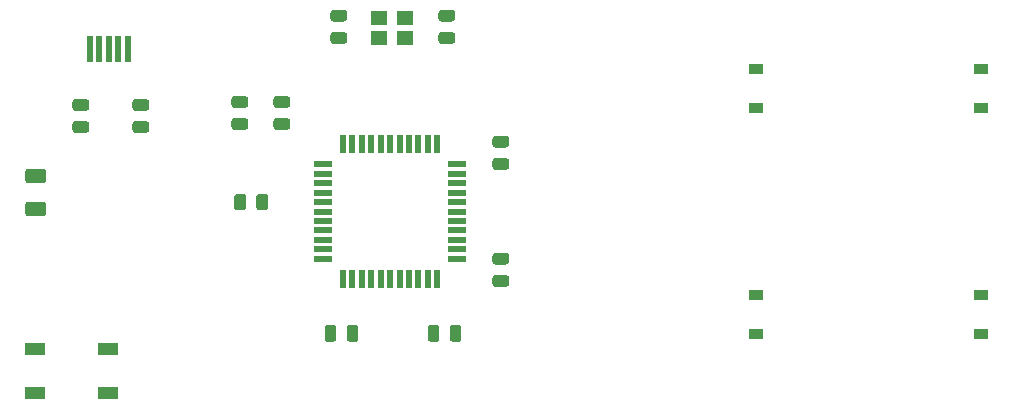
<source format=gbp>
G04 #@! TF.GenerationSoftware,KiCad,Pcbnew,(5.1.5)-1*
G04 #@! TF.CreationDate,2021-04-16T13:39:06-04:00*
G04 #@! TF.ProjectId,intro-pcb,696e7472-6f2d-4706-9362-2e6b69636164,rev?*
G04 #@! TF.SameCoordinates,Original*
G04 #@! TF.FileFunction,Paste,Bot*
G04 #@! TF.FilePolarity,Positive*
%FSLAX46Y46*%
G04 Gerber Fmt 4.6, Leading zero omitted, Abs format (unit mm)*
G04 Created by KiCad (PCBNEW (5.1.5)-1) date 2021-04-16 13:39:06*
%MOMM*%
%LPD*%
G04 APERTURE LIST*
%ADD10R,1.400000X1.200000*%
%ADD11R,0.500000X2.250000*%
%ADD12R,0.550000X1.500000*%
%ADD13R,1.500000X0.550000*%
%ADD14R,1.800000X1.100000*%
%ADD15C,0.100000*%
%ADD16R,1.200000X0.900000*%
G04 APERTURE END LIST*
D10*
X-372618000Y-33606000D03*
X-374818000Y-33606000D03*
X-374818000Y-35306000D03*
X-372618000Y-35306000D03*
D11*
X-399268750Y-36250000D03*
X-398468750Y-36250000D03*
X-397668750Y-36250000D03*
X-396868750Y-36250000D03*
X-396068750Y-36250000D03*
D12*
X-377856250Y-55706250D03*
X-377056250Y-55706250D03*
X-376256250Y-55706250D03*
X-375456250Y-55706250D03*
X-374656250Y-55706250D03*
X-373856250Y-55706250D03*
X-373056250Y-55706250D03*
X-372256250Y-55706250D03*
X-371456250Y-55706250D03*
X-370656250Y-55706250D03*
X-369856250Y-55706250D03*
D13*
X-368156250Y-54006250D03*
X-368156250Y-53206250D03*
X-368156250Y-52406250D03*
X-368156250Y-51606250D03*
X-368156250Y-50806250D03*
X-368156250Y-50006250D03*
X-368156250Y-49206250D03*
X-368156250Y-48406250D03*
X-368156250Y-47606250D03*
X-368156250Y-46806250D03*
X-368156250Y-46006250D03*
D12*
X-369856250Y-44306250D03*
X-370656250Y-44306250D03*
X-371456250Y-44306250D03*
X-372256250Y-44306250D03*
X-373056250Y-44306250D03*
X-373856250Y-44306250D03*
X-374656250Y-44306250D03*
X-375456250Y-44306250D03*
X-376256250Y-44306250D03*
X-377056250Y-44306250D03*
X-377856250Y-44306250D03*
D13*
X-379556250Y-46006250D03*
X-379556250Y-46806250D03*
X-379556250Y-47606250D03*
X-379556250Y-48406250D03*
X-379556250Y-49206250D03*
X-379556250Y-50006250D03*
X-379556250Y-50806250D03*
X-379556250Y-51606250D03*
X-379556250Y-52406250D03*
X-379556250Y-53206250D03*
X-379556250Y-54006250D03*
D14*
X-397743750Y-65350000D03*
X-403943750Y-61650000D03*
X-397743750Y-61650000D03*
X-403943750Y-65350000D03*
D15*
G36*
X-364009858Y-53518674D02*
G01*
X-363986197Y-53522184D01*
X-363962993Y-53527996D01*
X-363940471Y-53536054D01*
X-363918847Y-53546282D01*
X-363898330Y-53558579D01*
X-363879117Y-53572829D01*
X-363861393Y-53588893D01*
X-363845329Y-53606617D01*
X-363831079Y-53625830D01*
X-363818782Y-53646347D01*
X-363808554Y-53667971D01*
X-363800496Y-53690493D01*
X-363794684Y-53713697D01*
X-363791174Y-53737358D01*
X-363790000Y-53761250D01*
X-363790000Y-54248750D01*
X-363791174Y-54272642D01*
X-363794684Y-54296303D01*
X-363800496Y-54319507D01*
X-363808554Y-54342029D01*
X-363818782Y-54363653D01*
X-363831079Y-54384170D01*
X-363845329Y-54403383D01*
X-363861393Y-54421107D01*
X-363879117Y-54437171D01*
X-363898330Y-54451421D01*
X-363918847Y-54463718D01*
X-363940471Y-54473946D01*
X-363962993Y-54482004D01*
X-363986197Y-54487816D01*
X-364009858Y-54491326D01*
X-364033750Y-54492500D01*
X-364946250Y-54492500D01*
X-364970142Y-54491326D01*
X-364993803Y-54487816D01*
X-365017007Y-54482004D01*
X-365039529Y-54473946D01*
X-365061153Y-54463718D01*
X-365081670Y-54451421D01*
X-365100883Y-54437171D01*
X-365118607Y-54421107D01*
X-365134671Y-54403383D01*
X-365148921Y-54384170D01*
X-365161218Y-54363653D01*
X-365171446Y-54342029D01*
X-365179504Y-54319507D01*
X-365185316Y-54296303D01*
X-365188826Y-54272642D01*
X-365190000Y-54248750D01*
X-365190000Y-53761250D01*
X-365188826Y-53737358D01*
X-365185316Y-53713697D01*
X-365179504Y-53690493D01*
X-365171446Y-53667971D01*
X-365161218Y-53646347D01*
X-365148921Y-53625830D01*
X-365134671Y-53606617D01*
X-365118607Y-53588893D01*
X-365100883Y-53572829D01*
X-365081670Y-53558579D01*
X-365061153Y-53546282D01*
X-365039529Y-53536054D01*
X-365017007Y-53527996D01*
X-364993803Y-53522184D01*
X-364970142Y-53518674D01*
X-364946250Y-53517500D01*
X-364033750Y-53517500D01*
X-364009858Y-53518674D01*
G37*
G36*
X-364009858Y-55393674D02*
G01*
X-363986197Y-55397184D01*
X-363962993Y-55402996D01*
X-363940471Y-55411054D01*
X-363918847Y-55421282D01*
X-363898330Y-55433579D01*
X-363879117Y-55447829D01*
X-363861393Y-55463893D01*
X-363845329Y-55481617D01*
X-363831079Y-55500830D01*
X-363818782Y-55521347D01*
X-363808554Y-55542971D01*
X-363800496Y-55565493D01*
X-363794684Y-55588697D01*
X-363791174Y-55612358D01*
X-363790000Y-55636250D01*
X-363790000Y-56123750D01*
X-363791174Y-56147642D01*
X-363794684Y-56171303D01*
X-363800496Y-56194507D01*
X-363808554Y-56217029D01*
X-363818782Y-56238653D01*
X-363831079Y-56259170D01*
X-363845329Y-56278383D01*
X-363861393Y-56296107D01*
X-363879117Y-56312171D01*
X-363898330Y-56326421D01*
X-363918847Y-56338718D01*
X-363940471Y-56348946D01*
X-363962993Y-56357004D01*
X-363986197Y-56362816D01*
X-364009858Y-56366326D01*
X-364033750Y-56367500D01*
X-364946250Y-56367500D01*
X-364970142Y-56366326D01*
X-364993803Y-56362816D01*
X-365017007Y-56357004D01*
X-365039529Y-56348946D01*
X-365061153Y-56338718D01*
X-365081670Y-56326421D01*
X-365100883Y-56312171D01*
X-365118607Y-56296107D01*
X-365134671Y-56278383D01*
X-365148921Y-56259170D01*
X-365161218Y-56238653D01*
X-365171446Y-56217029D01*
X-365179504Y-56194507D01*
X-365185316Y-56171303D01*
X-365188826Y-56147642D01*
X-365190000Y-56123750D01*
X-365190000Y-55636250D01*
X-365188826Y-55612358D01*
X-365185316Y-55588697D01*
X-365179504Y-55565493D01*
X-365171446Y-55542971D01*
X-365161218Y-55521347D01*
X-365148921Y-55500830D01*
X-365134671Y-55481617D01*
X-365118607Y-55463893D01*
X-365100883Y-55447829D01*
X-365081670Y-55433579D01*
X-365061153Y-55421282D01*
X-365039529Y-55411054D01*
X-365017007Y-55402996D01*
X-364993803Y-55397184D01*
X-364970142Y-55393674D01*
X-364946250Y-55392500D01*
X-364033750Y-55392500D01*
X-364009858Y-55393674D01*
G37*
G36*
X-386107858Y-42107174D02*
G01*
X-386084197Y-42110684D01*
X-386060993Y-42116496D01*
X-386038471Y-42124554D01*
X-386016847Y-42134782D01*
X-385996330Y-42147079D01*
X-385977117Y-42161329D01*
X-385959393Y-42177393D01*
X-385943329Y-42195117D01*
X-385929079Y-42214330D01*
X-385916782Y-42234847D01*
X-385906554Y-42256471D01*
X-385898496Y-42278993D01*
X-385892684Y-42302197D01*
X-385889174Y-42325858D01*
X-385888000Y-42349750D01*
X-385888000Y-42837250D01*
X-385889174Y-42861142D01*
X-385892684Y-42884803D01*
X-385898496Y-42908007D01*
X-385906554Y-42930529D01*
X-385916782Y-42952153D01*
X-385929079Y-42972670D01*
X-385943329Y-42991883D01*
X-385959393Y-43009607D01*
X-385977117Y-43025671D01*
X-385996330Y-43039921D01*
X-386016847Y-43052218D01*
X-386038471Y-43062446D01*
X-386060993Y-43070504D01*
X-386084197Y-43076316D01*
X-386107858Y-43079826D01*
X-386131750Y-43081000D01*
X-387044250Y-43081000D01*
X-387068142Y-43079826D01*
X-387091803Y-43076316D01*
X-387115007Y-43070504D01*
X-387137529Y-43062446D01*
X-387159153Y-43052218D01*
X-387179670Y-43039921D01*
X-387198883Y-43025671D01*
X-387216607Y-43009607D01*
X-387232671Y-42991883D01*
X-387246921Y-42972670D01*
X-387259218Y-42952153D01*
X-387269446Y-42930529D01*
X-387277504Y-42908007D01*
X-387283316Y-42884803D01*
X-387286826Y-42861142D01*
X-387288000Y-42837250D01*
X-387288000Y-42349750D01*
X-387286826Y-42325858D01*
X-387283316Y-42302197D01*
X-387277504Y-42278993D01*
X-387269446Y-42256471D01*
X-387259218Y-42234847D01*
X-387246921Y-42214330D01*
X-387232671Y-42195117D01*
X-387216607Y-42177393D01*
X-387198883Y-42161329D01*
X-387179670Y-42147079D01*
X-387159153Y-42134782D01*
X-387137529Y-42124554D01*
X-387115007Y-42116496D01*
X-387091803Y-42110684D01*
X-387068142Y-42107174D01*
X-387044250Y-42106000D01*
X-386131750Y-42106000D01*
X-386107858Y-42107174D01*
G37*
G36*
X-386107858Y-40232174D02*
G01*
X-386084197Y-40235684D01*
X-386060993Y-40241496D01*
X-386038471Y-40249554D01*
X-386016847Y-40259782D01*
X-385996330Y-40272079D01*
X-385977117Y-40286329D01*
X-385959393Y-40302393D01*
X-385943329Y-40320117D01*
X-385929079Y-40339330D01*
X-385916782Y-40359847D01*
X-385906554Y-40381471D01*
X-385898496Y-40403993D01*
X-385892684Y-40427197D01*
X-385889174Y-40450858D01*
X-385888000Y-40474750D01*
X-385888000Y-40962250D01*
X-385889174Y-40986142D01*
X-385892684Y-41009803D01*
X-385898496Y-41033007D01*
X-385906554Y-41055529D01*
X-385916782Y-41077153D01*
X-385929079Y-41097670D01*
X-385943329Y-41116883D01*
X-385959393Y-41134607D01*
X-385977117Y-41150671D01*
X-385996330Y-41164921D01*
X-386016847Y-41177218D01*
X-386038471Y-41187446D01*
X-386060993Y-41195504D01*
X-386084197Y-41201316D01*
X-386107858Y-41204826D01*
X-386131750Y-41206000D01*
X-387044250Y-41206000D01*
X-387068142Y-41204826D01*
X-387091803Y-41201316D01*
X-387115007Y-41195504D01*
X-387137529Y-41187446D01*
X-387159153Y-41177218D01*
X-387179670Y-41164921D01*
X-387198883Y-41150671D01*
X-387216607Y-41134607D01*
X-387232671Y-41116883D01*
X-387246921Y-41097670D01*
X-387259218Y-41077153D01*
X-387269446Y-41055529D01*
X-387277504Y-41033007D01*
X-387283316Y-41009803D01*
X-387286826Y-40986142D01*
X-387288000Y-40962250D01*
X-387288000Y-40474750D01*
X-387286826Y-40450858D01*
X-387283316Y-40427197D01*
X-387277504Y-40403993D01*
X-387269446Y-40381471D01*
X-387259218Y-40359847D01*
X-387246921Y-40339330D01*
X-387232671Y-40320117D01*
X-387216607Y-40302393D01*
X-387198883Y-40286329D01*
X-387179670Y-40272079D01*
X-387159153Y-40259782D01*
X-387137529Y-40249554D01*
X-387115007Y-40241496D01*
X-387091803Y-40235684D01*
X-387068142Y-40232174D01*
X-387044250Y-40231000D01*
X-386131750Y-40231000D01*
X-386107858Y-40232174D01*
G37*
G36*
X-394489858Y-40486174D02*
G01*
X-394466197Y-40489684D01*
X-394442993Y-40495496D01*
X-394420471Y-40503554D01*
X-394398847Y-40513782D01*
X-394378330Y-40526079D01*
X-394359117Y-40540329D01*
X-394341393Y-40556393D01*
X-394325329Y-40574117D01*
X-394311079Y-40593330D01*
X-394298782Y-40613847D01*
X-394288554Y-40635471D01*
X-394280496Y-40657993D01*
X-394274684Y-40681197D01*
X-394271174Y-40704858D01*
X-394270000Y-40728750D01*
X-394270000Y-41216250D01*
X-394271174Y-41240142D01*
X-394274684Y-41263803D01*
X-394280496Y-41287007D01*
X-394288554Y-41309529D01*
X-394298782Y-41331153D01*
X-394311079Y-41351670D01*
X-394325329Y-41370883D01*
X-394341393Y-41388607D01*
X-394359117Y-41404671D01*
X-394378330Y-41418921D01*
X-394398847Y-41431218D01*
X-394420471Y-41441446D01*
X-394442993Y-41449504D01*
X-394466197Y-41455316D01*
X-394489858Y-41458826D01*
X-394513750Y-41460000D01*
X-395426250Y-41460000D01*
X-395450142Y-41458826D01*
X-395473803Y-41455316D01*
X-395497007Y-41449504D01*
X-395519529Y-41441446D01*
X-395541153Y-41431218D01*
X-395561670Y-41418921D01*
X-395580883Y-41404671D01*
X-395598607Y-41388607D01*
X-395614671Y-41370883D01*
X-395628921Y-41351670D01*
X-395641218Y-41331153D01*
X-395651446Y-41309529D01*
X-395659504Y-41287007D01*
X-395665316Y-41263803D01*
X-395668826Y-41240142D01*
X-395670000Y-41216250D01*
X-395670000Y-40728750D01*
X-395668826Y-40704858D01*
X-395665316Y-40681197D01*
X-395659504Y-40657993D01*
X-395651446Y-40635471D01*
X-395641218Y-40613847D01*
X-395628921Y-40593330D01*
X-395614671Y-40574117D01*
X-395598607Y-40556393D01*
X-395580883Y-40540329D01*
X-395561670Y-40526079D01*
X-395541153Y-40513782D01*
X-395519529Y-40503554D01*
X-395497007Y-40495496D01*
X-395473803Y-40489684D01*
X-395450142Y-40486174D01*
X-395426250Y-40485000D01*
X-394513750Y-40485000D01*
X-394489858Y-40486174D01*
G37*
G36*
X-394489858Y-42361174D02*
G01*
X-394466197Y-42364684D01*
X-394442993Y-42370496D01*
X-394420471Y-42378554D01*
X-394398847Y-42388782D01*
X-394378330Y-42401079D01*
X-394359117Y-42415329D01*
X-394341393Y-42431393D01*
X-394325329Y-42449117D01*
X-394311079Y-42468330D01*
X-394298782Y-42488847D01*
X-394288554Y-42510471D01*
X-394280496Y-42532993D01*
X-394274684Y-42556197D01*
X-394271174Y-42579858D01*
X-394270000Y-42603750D01*
X-394270000Y-43091250D01*
X-394271174Y-43115142D01*
X-394274684Y-43138803D01*
X-394280496Y-43162007D01*
X-394288554Y-43184529D01*
X-394298782Y-43206153D01*
X-394311079Y-43226670D01*
X-394325329Y-43245883D01*
X-394341393Y-43263607D01*
X-394359117Y-43279671D01*
X-394378330Y-43293921D01*
X-394398847Y-43306218D01*
X-394420471Y-43316446D01*
X-394442993Y-43324504D01*
X-394466197Y-43330316D01*
X-394489858Y-43333826D01*
X-394513750Y-43335000D01*
X-395426250Y-43335000D01*
X-395450142Y-43333826D01*
X-395473803Y-43330316D01*
X-395497007Y-43324504D01*
X-395519529Y-43316446D01*
X-395541153Y-43306218D01*
X-395561670Y-43293921D01*
X-395580883Y-43279671D01*
X-395598607Y-43263607D01*
X-395614671Y-43245883D01*
X-395628921Y-43226670D01*
X-395641218Y-43206153D01*
X-395651446Y-43184529D01*
X-395659504Y-43162007D01*
X-395665316Y-43138803D01*
X-395668826Y-43115142D01*
X-395670000Y-43091250D01*
X-395670000Y-42603750D01*
X-395668826Y-42579858D01*
X-395665316Y-42556197D01*
X-395659504Y-42532993D01*
X-395651446Y-42510471D01*
X-395641218Y-42488847D01*
X-395628921Y-42468330D01*
X-395614671Y-42449117D01*
X-395598607Y-42431393D01*
X-395580883Y-42415329D01*
X-395561670Y-42401079D01*
X-395541153Y-42388782D01*
X-395519529Y-42378554D01*
X-395497007Y-42370496D01*
X-395473803Y-42364684D01*
X-395450142Y-42361174D01*
X-395426250Y-42360000D01*
X-394513750Y-42360000D01*
X-394489858Y-42361174D01*
G37*
G36*
X-399569858Y-40486174D02*
G01*
X-399546197Y-40489684D01*
X-399522993Y-40495496D01*
X-399500471Y-40503554D01*
X-399478847Y-40513782D01*
X-399458330Y-40526079D01*
X-399439117Y-40540329D01*
X-399421393Y-40556393D01*
X-399405329Y-40574117D01*
X-399391079Y-40593330D01*
X-399378782Y-40613847D01*
X-399368554Y-40635471D01*
X-399360496Y-40657993D01*
X-399354684Y-40681197D01*
X-399351174Y-40704858D01*
X-399350000Y-40728750D01*
X-399350000Y-41216250D01*
X-399351174Y-41240142D01*
X-399354684Y-41263803D01*
X-399360496Y-41287007D01*
X-399368554Y-41309529D01*
X-399378782Y-41331153D01*
X-399391079Y-41351670D01*
X-399405329Y-41370883D01*
X-399421393Y-41388607D01*
X-399439117Y-41404671D01*
X-399458330Y-41418921D01*
X-399478847Y-41431218D01*
X-399500471Y-41441446D01*
X-399522993Y-41449504D01*
X-399546197Y-41455316D01*
X-399569858Y-41458826D01*
X-399593750Y-41460000D01*
X-400506250Y-41460000D01*
X-400530142Y-41458826D01*
X-400553803Y-41455316D01*
X-400577007Y-41449504D01*
X-400599529Y-41441446D01*
X-400621153Y-41431218D01*
X-400641670Y-41418921D01*
X-400660883Y-41404671D01*
X-400678607Y-41388607D01*
X-400694671Y-41370883D01*
X-400708921Y-41351670D01*
X-400721218Y-41331153D01*
X-400731446Y-41309529D01*
X-400739504Y-41287007D01*
X-400745316Y-41263803D01*
X-400748826Y-41240142D01*
X-400750000Y-41216250D01*
X-400750000Y-40728750D01*
X-400748826Y-40704858D01*
X-400745316Y-40681197D01*
X-400739504Y-40657993D01*
X-400731446Y-40635471D01*
X-400721218Y-40613847D01*
X-400708921Y-40593330D01*
X-400694671Y-40574117D01*
X-400678607Y-40556393D01*
X-400660883Y-40540329D01*
X-400641670Y-40526079D01*
X-400621153Y-40513782D01*
X-400599529Y-40503554D01*
X-400577007Y-40495496D01*
X-400553803Y-40489684D01*
X-400530142Y-40486174D01*
X-400506250Y-40485000D01*
X-399593750Y-40485000D01*
X-399569858Y-40486174D01*
G37*
G36*
X-399569858Y-42361174D02*
G01*
X-399546197Y-42364684D01*
X-399522993Y-42370496D01*
X-399500471Y-42378554D01*
X-399478847Y-42388782D01*
X-399458330Y-42401079D01*
X-399439117Y-42415329D01*
X-399421393Y-42431393D01*
X-399405329Y-42449117D01*
X-399391079Y-42468330D01*
X-399378782Y-42488847D01*
X-399368554Y-42510471D01*
X-399360496Y-42532993D01*
X-399354684Y-42556197D01*
X-399351174Y-42579858D01*
X-399350000Y-42603750D01*
X-399350000Y-43091250D01*
X-399351174Y-43115142D01*
X-399354684Y-43138803D01*
X-399360496Y-43162007D01*
X-399368554Y-43184529D01*
X-399378782Y-43206153D01*
X-399391079Y-43226670D01*
X-399405329Y-43245883D01*
X-399421393Y-43263607D01*
X-399439117Y-43279671D01*
X-399458330Y-43293921D01*
X-399478847Y-43306218D01*
X-399500471Y-43316446D01*
X-399522993Y-43324504D01*
X-399546197Y-43330316D01*
X-399569858Y-43333826D01*
X-399593750Y-43335000D01*
X-400506250Y-43335000D01*
X-400530142Y-43333826D01*
X-400553803Y-43330316D01*
X-400577007Y-43324504D01*
X-400599529Y-43316446D01*
X-400621153Y-43306218D01*
X-400641670Y-43293921D01*
X-400660883Y-43279671D01*
X-400678607Y-43263607D01*
X-400694671Y-43245883D01*
X-400708921Y-43226670D01*
X-400721218Y-43206153D01*
X-400731446Y-43184529D01*
X-400739504Y-43162007D01*
X-400745316Y-43138803D01*
X-400748826Y-43115142D01*
X-400750000Y-43091250D01*
X-400750000Y-42603750D01*
X-400748826Y-42579858D01*
X-400745316Y-42556197D01*
X-400739504Y-42532993D01*
X-400731446Y-42510471D01*
X-400721218Y-42488847D01*
X-400708921Y-42468330D01*
X-400694671Y-42449117D01*
X-400678607Y-42431393D01*
X-400660883Y-42415329D01*
X-400641670Y-42401079D01*
X-400621153Y-42388782D01*
X-400599529Y-42378554D01*
X-400577007Y-42370496D01*
X-400553803Y-42364684D01*
X-400530142Y-42361174D01*
X-400506250Y-42360000D01*
X-399593750Y-42360000D01*
X-399569858Y-42361174D01*
G37*
G36*
X-403210496Y-46366204D02*
G01*
X-403186227Y-46369804D01*
X-403162429Y-46375765D01*
X-403139329Y-46384030D01*
X-403117151Y-46394520D01*
X-403096107Y-46407133D01*
X-403076402Y-46421747D01*
X-403058223Y-46438223D01*
X-403041747Y-46456402D01*
X-403027133Y-46476107D01*
X-403014520Y-46497151D01*
X-403004030Y-46519329D01*
X-402995765Y-46542429D01*
X-402989804Y-46566227D01*
X-402986204Y-46590496D01*
X-402985000Y-46615000D01*
X-402985000Y-47365000D01*
X-402986204Y-47389504D01*
X-402989804Y-47413773D01*
X-402995765Y-47437571D01*
X-403004030Y-47460671D01*
X-403014520Y-47482849D01*
X-403027133Y-47503893D01*
X-403041747Y-47523598D01*
X-403058223Y-47541777D01*
X-403076402Y-47558253D01*
X-403096107Y-47572867D01*
X-403117151Y-47585480D01*
X-403139329Y-47595970D01*
X-403162429Y-47604235D01*
X-403186227Y-47610196D01*
X-403210496Y-47613796D01*
X-403235000Y-47615000D01*
X-404485000Y-47615000D01*
X-404509504Y-47613796D01*
X-404533773Y-47610196D01*
X-404557571Y-47604235D01*
X-404580671Y-47595970D01*
X-404602849Y-47585480D01*
X-404623893Y-47572867D01*
X-404643598Y-47558253D01*
X-404661777Y-47541777D01*
X-404678253Y-47523598D01*
X-404692867Y-47503893D01*
X-404705480Y-47482849D01*
X-404715970Y-47460671D01*
X-404724235Y-47437571D01*
X-404730196Y-47413773D01*
X-404733796Y-47389504D01*
X-404735000Y-47365000D01*
X-404735000Y-46615000D01*
X-404733796Y-46590496D01*
X-404730196Y-46566227D01*
X-404724235Y-46542429D01*
X-404715970Y-46519329D01*
X-404705480Y-46497151D01*
X-404692867Y-46476107D01*
X-404678253Y-46456402D01*
X-404661777Y-46438223D01*
X-404643598Y-46421747D01*
X-404623893Y-46407133D01*
X-404602849Y-46394520D01*
X-404580671Y-46384030D01*
X-404557571Y-46375765D01*
X-404533773Y-46369804D01*
X-404509504Y-46366204D01*
X-404485000Y-46365000D01*
X-403235000Y-46365000D01*
X-403210496Y-46366204D01*
G37*
G36*
X-403210496Y-49166204D02*
G01*
X-403186227Y-49169804D01*
X-403162429Y-49175765D01*
X-403139329Y-49184030D01*
X-403117151Y-49194520D01*
X-403096107Y-49207133D01*
X-403076402Y-49221747D01*
X-403058223Y-49238223D01*
X-403041747Y-49256402D01*
X-403027133Y-49276107D01*
X-403014520Y-49297151D01*
X-403004030Y-49319329D01*
X-402995765Y-49342429D01*
X-402989804Y-49366227D01*
X-402986204Y-49390496D01*
X-402985000Y-49415000D01*
X-402985000Y-50165000D01*
X-402986204Y-50189504D01*
X-402989804Y-50213773D01*
X-402995765Y-50237571D01*
X-403004030Y-50260671D01*
X-403014520Y-50282849D01*
X-403027133Y-50303893D01*
X-403041747Y-50323598D01*
X-403058223Y-50341777D01*
X-403076402Y-50358253D01*
X-403096107Y-50372867D01*
X-403117151Y-50385480D01*
X-403139329Y-50395970D01*
X-403162429Y-50404235D01*
X-403186227Y-50410196D01*
X-403210496Y-50413796D01*
X-403235000Y-50415000D01*
X-404485000Y-50415000D01*
X-404509504Y-50413796D01*
X-404533773Y-50410196D01*
X-404557571Y-50404235D01*
X-404580671Y-50395970D01*
X-404602849Y-50385480D01*
X-404623893Y-50372867D01*
X-404643598Y-50358253D01*
X-404661777Y-50341777D01*
X-404678253Y-50323598D01*
X-404692867Y-50303893D01*
X-404705480Y-50282849D01*
X-404715970Y-50260671D01*
X-404724235Y-50237571D01*
X-404730196Y-50213773D01*
X-404733796Y-50189504D01*
X-404735000Y-50165000D01*
X-404735000Y-49415000D01*
X-404733796Y-49390496D01*
X-404730196Y-49366227D01*
X-404724235Y-49342429D01*
X-404715970Y-49319329D01*
X-404705480Y-49297151D01*
X-404692867Y-49276107D01*
X-404678253Y-49256402D01*
X-404661777Y-49238223D01*
X-404643598Y-49221747D01*
X-404623893Y-49207133D01*
X-404602849Y-49194520D01*
X-404580671Y-49184030D01*
X-404557571Y-49175765D01*
X-404533773Y-49169804D01*
X-404509504Y-49166204D01*
X-404485000Y-49165000D01*
X-403235000Y-49165000D01*
X-403210496Y-49166204D01*
G37*
D16*
X-323850000Y-57087500D03*
X-323850000Y-60387500D03*
X-323850000Y-37975000D03*
X-323850000Y-41275000D03*
X-342900000Y-57087500D03*
X-342900000Y-60387500D03*
X-342900000Y-37975000D03*
X-342900000Y-41275000D03*
D15*
G36*
X-386288608Y-48513674D02*
G01*
X-386264947Y-48517184D01*
X-386241743Y-48522996D01*
X-386219221Y-48531054D01*
X-386197597Y-48541282D01*
X-386177080Y-48553579D01*
X-386157867Y-48567829D01*
X-386140143Y-48583893D01*
X-386124079Y-48601617D01*
X-386109829Y-48620830D01*
X-386097532Y-48641347D01*
X-386087304Y-48662971D01*
X-386079246Y-48685493D01*
X-386073434Y-48708697D01*
X-386069924Y-48732358D01*
X-386068750Y-48756250D01*
X-386068750Y-49668750D01*
X-386069924Y-49692642D01*
X-386073434Y-49716303D01*
X-386079246Y-49739507D01*
X-386087304Y-49762029D01*
X-386097532Y-49783653D01*
X-386109829Y-49804170D01*
X-386124079Y-49823383D01*
X-386140143Y-49841107D01*
X-386157867Y-49857171D01*
X-386177080Y-49871421D01*
X-386197597Y-49883718D01*
X-386219221Y-49893946D01*
X-386241743Y-49902004D01*
X-386264947Y-49907816D01*
X-386288608Y-49911326D01*
X-386312500Y-49912500D01*
X-386800000Y-49912500D01*
X-386823892Y-49911326D01*
X-386847553Y-49907816D01*
X-386870757Y-49902004D01*
X-386893279Y-49893946D01*
X-386914903Y-49883718D01*
X-386935420Y-49871421D01*
X-386954633Y-49857171D01*
X-386972357Y-49841107D01*
X-386988421Y-49823383D01*
X-387002671Y-49804170D01*
X-387014968Y-49783653D01*
X-387025196Y-49762029D01*
X-387033254Y-49739507D01*
X-387039066Y-49716303D01*
X-387042576Y-49692642D01*
X-387043750Y-49668750D01*
X-387043750Y-48756250D01*
X-387042576Y-48732358D01*
X-387039066Y-48708697D01*
X-387033254Y-48685493D01*
X-387025196Y-48662971D01*
X-387014968Y-48641347D01*
X-387002671Y-48620830D01*
X-386988421Y-48601617D01*
X-386972357Y-48583893D01*
X-386954633Y-48567829D01*
X-386935420Y-48553579D01*
X-386914903Y-48541282D01*
X-386893279Y-48531054D01*
X-386870757Y-48522996D01*
X-386847553Y-48517184D01*
X-386823892Y-48513674D01*
X-386800000Y-48512500D01*
X-386312500Y-48512500D01*
X-386288608Y-48513674D01*
G37*
G36*
X-384413608Y-48513674D02*
G01*
X-384389947Y-48517184D01*
X-384366743Y-48522996D01*
X-384344221Y-48531054D01*
X-384322597Y-48541282D01*
X-384302080Y-48553579D01*
X-384282867Y-48567829D01*
X-384265143Y-48583893D01*
X-384249079Y-48601617D01*
X-384234829Y-48620830D01*
X-384222532Y-48641347D01*
X-384212304Y-48662971D01*
X-384204246Y-48685493D01*
X-384198434Y-48708697D01*
X-384194924Y-48732358D01*
X-384193750Y-48756250D01*
X-384193750Y-49668750D01*
X-384194924Y-49692642D01*
X-384198434Y-49716303D01*
X-384204246Y-49739507D01*
X-384212304Y-49762029D01*
X-384222532Y-49783653D01*
X-384234829Y-49804170D01*
X-384249079Y-49823383D01*
X-384265143Y-49841107D01*
X-384282867Y-49857171D01*
X-384302080Y-49871421D01*
X-384322597Y-49883718D01*
X-384344221Y-49893946D01*
X-384366743Y-49902004D01*
X-384389947Y-49907816D01*
X-384413608Y-49911326D01*
X-384437500Y-49912500D01*
X-384925000Y-49912500D01*
X-384948892Y-49911326D01*
X-384972553Y-49907816D01*
X-384995757Y-49902004D01*
X-385018279Y-49893946D01*
X-385039903Y-49883718D01*
X-385060420Y-49871421D01*
X-385079633Y-49857171D01*
X-385097357Y-49841107D01*
X-385113421Y-49823383D01*
X-385127671Y-49804170D01*
X-385139968Y-49783653D01*
X-385150196Y-49762029D01*
X-385158254Y-49739507D01*
X-385164066Y-49716303D01*
X-385167576Y-49692642D01*
X-385168750Y-49668750D01*
X-385168750Y-48756250D01*
X-385167576Y-48732358D01*
X-385164066Y-48708697D01*
X-385158254Y-48685493D01*
X-385150196Y-48662971D01*
X-385139968Y-48641347D01*
X-385127671Y-48620830D01*
X-385113421Y-48601617D01*
X-385097357Y-48583893D01*
X-385079633Y-48567829D01*
X-385060420Y-48553579D01*
X-385039903Y-48541282D01*
X-385018279Y-48531054D01*
X-384995757Y-48522996D01*
X-384972553Y-48517184D01*
X-384948892Y-48513674D01*
X-384925000Y-48512500D01*
X-384437500Y-48512500D01*
X-384413608Y-48513674D01*
G37*
G36*
X-377725858Y-32944674D02*
G01*
X-377702197Y-32948184D01*
X-377678993Y-32953996D01*
X-377656471Y-32962054D01*
X-377634847Y-32972282D01*
X-377614330Y-32984579D01*
X-377595117Y-32998829D01*
X-377577393Y-33014893D01*
X-377561329Y-33032617D01*
X-377547079Y-33051830D01*
X-377534782Y-33072347D01*
X-377524554Y-33093971D01*
X-377516496Y-33116493D01*
X-377510684Y-33139697D01*
X-377507174Y-33163358D01*
X-377506000Y-33187250D01*
X-377506000Y-33674750D01*
X-377507174Y-33698642D01*
X-377510684Y-33722303D01*
X-377516496Y-33745507D01*
X-377524554Y-33768029D01*
X-377534782Y-33789653D01*
X-377547079Y-33810170D01*
X-377561329Y-33829383D01*
X-377577393Y-33847107D01*
X-377595117Y-33863171D01*
X-377614330Y-33877421D01*
X-377634847Y-33889718D01*
X-377656471Y-33899946D01*
X-377678993Y-33908004D01*
X-377702197Y-33913816D01*
X-377725858Y-33917326D01*
X-377749750Y-33918500D01*
X-378662250Y-33918500D01*
X-378686142Y-33917326D01*
X-378709803Y-33913816D01*
X-378733007Y-33908004D01*
X-378755529Y-33899946D01*
X-378777153Y-33889718D01*
X-378797670Y-33877421D01*
X-378816883Y-33863171D01*
X-378834607Y-33847107D01*
X-378850671Y-33829383D01*
X-378864921Y-33810170D01*
X-378877218Y-33789653D01*
X-378887446Y-33768029D01*
X-378895504Y-33745507D01*
X-378901316Y-33722303D01*
X-378904826Y-33698642D01*
X-378906000Y-33674750D01*
X-378906000Y-33187250D01*
X-378904826Y-33163358D01*
X-378901316Y-33139697D01*
X-378895504Y-33116493D01*
X-378887446Y-33093971D01*
X-378877218Y-33072347D01*
X-378864921Y-33051830D01*
X-378850671Y-33032617D01*
X-378834607Y-33014893D01*
X-378816883Y-32998829D01*
X-378797670Y-32984579D01*
X-378777153Y-32972282D01*
X-378755529Y-32962054D01*
X-378733007Y-32953996D01*
X-378709803Y-32948184D01*
X-378686142Y-32944674D01*
X-378662250Y-32943500D01*
X-377749750Y-32943500D01*
X-377725858Y-32944674D01*
G37*
G36*
X-377725858Y-34819674D02*
G01*
X-377702197Y-34823184D01*
X-377678993Y-34828996D01*
X-377656471Y-34837054D01*
X-377634847Y-34847282D01*
X-377614330Y-34859579D01*
X-377595117Y-34873829D01*
X-377577393Y-34889893D01*
X-377561329Y-34907617D01*
X-377547079Y-34926830D01*
X-377534782Y-34947347D01*
X-377524554Y-34968971D01*
X-377516496Y-34991493D01*
X-377510684Y-35014697D01*
X-377507174Y-35038358D01*
X-377506000Y-35062250D01*
X-377506000Y-35549750D01*
X-377507174Y-35573642D01*
X-377510684Y-35597303D01*
X-377516496Y-35620507D01*
X-377524554Y-35643029D01*
X-377534782Y-35664653D01*
X-377547079Y-35685170D01*
X-377561329Y-35704383D01*
X-377577393Y-35722107D01*
X-377595117Y-35738171D01*
X-377614330Y-35752421D01*
X-377634847Y-35764718D01*
X-377656471Y-35774946D01*
X-377678993Y-35783004D01*
X-377702197Y-35788816D01*
X-377725858Y-35792326D01*
X-377749750Y-35793500D01*
X-378662250Y-35793500D01*
X-378686142Y-35792326D01*
X-378709803Y-35788816D01*
X-378733007Y-35783004D01*
X-378755529Y-35774946D01*
X-378777153Y-35764718D01*
X-378797670Y-35752421D01*
X-378816883Y-35738171D01*
X-378834607Y-35722107D01*
X-378850671Y-35704383D01*
X-378864921Y-35685170D01*
X-378877218Y-35664653D01*
X-378887446Y-35643029D01*
X-378895504Y-35620507D01*
X-378901316Y-35597303D01*
X-378904826Y-35573642D01*
X-378906000Y-35549750D01*
X-378906000Y-35062250D01*
X-378904826Y-35038358D01*
X-378901316Y-35014697D01*
X-378895504Y-34991493D01*
X-378887446Y-34968971D01*
X-378877218Y-34947347D01*
X-378864921Y-34926830D01*
X-378850671Y-34907617D01*
X-378834607Y-34889893D01*
X-378816883Y-34873829D01*
X-378797670Y-34859579D01*
X-378777153Y-34847282D01*
X-378755529Y-34837054D01*
X-378733007Y-34828996D01*
X-378709803Y-34823184D01*
X-378686142Y-34819674D01*
X-378662250Y-34818500D01*
X-377749750Y-34818500D01*
X-377725858Y-34819674D01*
G37*
G36*
X-368581858Y-34819674D02*
G01*
X-368558197Y-34823184D01*
X-368534993Y-34828996D01*
X-368512471Y-34837054D01*
X-368490847Y-34847282D01*
X-368470330Y-34859579D01*
X-368451117Y-34873829D01*
X-368433393Y-34889893D01*
X-368417329Y-34907617D01*
X-368403079Y-34926830D01*
X-368390782Y-34947347D01*
X-368380554Y-34968971D01*
X-368372496Y-34991493D01*
X-368366684Y-35014697D01*
X-368363174Y-35038358D01*
X-368362000Y-35062250D01*
X-368362000Y-35549750D01*
X-368363174Y-35573642D01*
X-368366684Y-35597303D01*
X-368372496Y-35620507D01*
X-368380554Y-35643029D01*
X-368390782Y-35664653D01*
X-368403079Y-35685170D01*
X-368417329Y-35704383D01*
X-368433393Y-35722107D01*
X-368451117Y-35738171D01*
X-368470330Y-35752421D01*
X-368490847Y-35764718D01*
X-368512471Y-35774946D01*
X-368534993Y-35783004D01*
X-368558197Y-35788816D01*
X-368581858Y-35792326D01*
X-368605750Y-35793500D01*
X-369518250Y-35793500D01*
X-369542142Y-35792326D01*
X-369565803Y-35788816D01*
X-369589007Y-35783004D01*
X-369611529Y-35774946D01*
X-369633153Y-35764718D01*
X-369653670Y-35752421D01*
X-369672883Y-35738171D01*
X-369690607Y-35722107D01*
X-369706671Y-35704383D01*
X-369720921Y-35685170D01*
X-369733218Y-35664653D01*
X-369743446Y-35643029D01*
X-369751504Y-35620507D01*
X-369757316Y-35597303D01*
X-369760826Y-35573642D01*
X-369762000Y-35549750D01*
X-369762000Y-35062250D01*
X-369760826Y-35038358D01*
X-369757316Y-35014697D01*
X-369751504Y-34991493D01*
X-369743446Y-34968971D01*
X-369733218Y-34947347D01*
X-369720921Y-34926830D01*
X-369706671Y-34907617D01*
X-369690607Y-34889893D01*
X-369672883Y-34873829D01*
X-369653670Y-34859579D01*
X-369633153Y-34847282D01*
X-369611529Y-34837054D01*
X-369589007Y-34828996D01*
X-369565803Y-34823184D01*
X-369542142Y-34819674D01*
X-369518250Y-34818500D01*
X-368605750Y-34818500D01*
X-368581858Y-34819674D01*
G37*
G36*
X-368581858Y-32944674D02*
G01*
X-368558197Y-32948184D01*
X-368534993Y-32953996D01*
X-368512471Y-32962054D01*
X-368490847Y-32972282D01*
X-368470330Y-32984579D01*
X-368451117Y-32998829D01*
X-368433393Y-33014893D01*
X-368417329Y-33032617D01*
X-368403079Y-33051830D01*
X-368390782Y-33072347D01*
X-368380554Y-33093971D01*
X-368372496Y-33116493D01*
X-368366684Y-33139697D01*
X-368363174Y-33163358D01*
X-368362000Y-33187250D01*
X-368362000Y-33674750D01*
X-368363174Y-33698642D01*
X-368366684Y-33722303D01*
X-368372496Y-33745507D01*
X-368380554Y-33768029D01*
X-368390782Y-33789653D01*
X-368403079Y-33810170D01*
X-368417329Y-33829383D01*
X-368433393Y-33847107D01*
X-368451117Y-33863171D01*
X-368470330Y-33877421D01*
X-368490847Y-33889718D01*
X-368512471Y-33899946D01*
X-368534993Y-33908004D01*
X-368558197Y-33913816D01*
X-368581858Y-33917326D01*
X-368605750Y-33918500D01*
X-369518250Y-33918500D01*
X-369542142Y-33917326D01*
X-369565803Y-33913816D01*
X-369589007Y-33908004D01*
X-369611529Y-33899946D01*
X-369633153Y-33889718D01*
X-369653670Y-33877421D01*
X-369672883Y-33863171D01*
X-369690607Y-33847107D01*
X-369706671Y-33829383D01*
X-369720921Y-33810170D01*
X-369733218Y-33789653D01*
X-369743446Y-33768029D01*
X-369751504Y-33745507D01*
X-369757316Y-33722303D01*
X-369760826Y-33698642D01*
X-369762000Y-33674750D01*
X-369762000Y-33187250D01*
X-369760826Y-33163358D01*
X-369757316Y-33139697D01*
X-369751504Y-33116493D01*
X-369743446Y-33093971D01*
X-369733218Y-33072347D01*
X-369720921Y-33051830D01*
X-369706671Y-33032617D01*
X-369690607Y-33014893D01*
X-369672883Y-32998829D01*
X-369653670Y-32984579D01*
X-369633153Y-32972282D01*
X-369611529Y-32962054D01*
X-369589007Y-32953996D01*
X-369565803Y-32948184D01*
X-369542142Y-32944674D01*
X-369518250Y-32943500D01*
X-368605750Y-32943500D01*
X-368581858Y-32944674D01*
G37*
G36*
X-364009858Y-43612674D02*
G01*
X-363986197Y-43616184D01*
X-363962993Y-43621996D01*
X-363940471Y-43630054D01*
X-363918847Y-43640282D01*
X-363898330Y-43652579D01*
X-363879117Y-43666829D01*
X-363861393Y-43682893D01*
X-363845329Y-43700617D01*
X-363831079Y-43719830D01*
X-363818782Y-43740347D01*
X-363808554Y-43761971D01*
X-363800496Y-43784493D01*
X-363794684Y-43807697D01*
X-363791174Y-43831358D01*
X-363790000Y-43855250D01*
X-363790000Y-44342750D01*
X-363791174Y-44366642D01*
X-363794684Y-44390303D01*
X-363800496Y-44413507D01*
X-363808554Y-44436029D01*
X-363818782Y-44457653D01*
X-363831079Y-44478170D01*
X-363845329Y-44497383D01*
X-363861393Y-44515107D01*
X-363879117Y-44531171D01*
X-363898330Y-44545421D01*
X-363918847Y-44557718D01*
X-363940471Y-44567946D01*
X-363962993Y-44576004D01*
X-363986197Y-44581816D01*
X-364009858Y-44585326D01*
X-364033750Y-44586500D01*
X-364946250Y-44586500D01*
X-364970142Y-44585326D01*
X-364993803Y-44581816D01*
X-365017007Y-44576004D01*
X-365039529Y-44567946D01*
X-365061153Y-44557718D01*
X-365081670Y-44545421D01*
X-365100883Y-44531171D01*
X-365118607Y-44515107D01*
X-365134671Y-44497383D01*
X-365148921Y-44478170D01*
X-365161218Y-44457653D01*
X-365171446Y-44436029D01*
X-365179504Y-44413507D01*
X-365185316Y-44390303D01*
X-365188826Y-44366642D01*
X-365190000Y-44342750D01*
X-365190000Y-43855250D01*
X-365188826Y-43831358D01*
X-365185316Y-43807697D01*
X-365179504Y-43784493D01*
X-365171446Y-43761971D01*
X-365161218Y-43740347D01*
X-365148921Y-43719830D01*
X-365134671Y-43700617D01*
X-365118607Y-43682893D01*
X-365100883Y-43666829D01*
X-365081670Y-43652579D01*
X-365061153Y-43640282D01*
X-365039529Y-43630054D01*
X-365017007Y-43621996D01*
X-364993803Y-43616184D01*
X-364970142Y-43612674D01*
X-364946250Y-43611500D01*
X-364033750Y-43611500D01*
X-364009858Y-43612674D01*
G37*
G36*
X-364009858Y-45487674D02*
G01*
X-363986197Y-45491184D01*
X-363962993Y-45496996D01*
X-363940471Y-45505054D01*
X-363918847Y-45515282D01*
X-363898330Y-45527579D01*
X-363879117Y-45541829D01*
X-363861393Y-45557893D01*
X-363845329Y-45575617D01*
X-363831079Y-45594830D01*
X-363818782Y-45615347D01*
X-363808554Y-45636971D01*
X-363800496Y-45659493D01*
X-363794684Y-45682697D01*
X-363791174Y-45706358D01*
X-363790000Y-45730250D01*
X-363790000Y-46217750D01*
X-363791174Y-46241642D01*
X-363794684Y-46265303D01*
X-363800496Y-46288507D01*
X-363808554Y-46311029D01*
X-363818782Y-46332653D01*
X-363831079Y-46353170D01*
X-363845329Y-46372383D01*
X-363861393Y-46390107D01*
X-363879117Y-46406171D01*
X-363898330Y-46420421D01*
X-363918847Y-46432718D01*
X-363940471Y-46442946D01*
X-363962993Y-46451004D01*
X-363986197Y-46456816D01*
X-364009858Y-46460326D01*
X-364033750Y-46461500D01*
X-364946250Y-46461500D01*
X-364970142Y-46460326D01*
X-364993803Y-46456816D01*
X-365017007Y-46451004D01*
X-365039529Y-46442946D01*
X-365061153Y-46432718D01*
X-365081670Y-46420421D01*
X-365100883Y-46406171D01*
X-365118607Y-46390107D01*
X-365134671Y-46372383D01*
X-365148921Y-46353170D01*
X-365161218Y-46332653D01*
X-365171446Y-46311029D01*
X-365179504Y-46288507D01*
X-365185316Y-46265303D01*
X-365188826Y-46241642D01*
X-365190000Y-46217750D01*
X-365190000Y-45730250D01*
X-365188826Y-45706358D01*
X-365185316Y-45682697D01*
X-365179504Y-45659493D01*
X-365171446Y-45636971D01*
X-365161218Y-45615347D01*
X-365148921Y-45594830D01*
X-365134671Y-45575617D01*
X-365118607Y-45557893D01*
X-365100883Y-45541829D01*
X-365081670Y-45527579D01*
X-365061153Y-45515282D01*
X-365039529Y-45505054D01*
X-365017007Y-45496996D01*
X-364993803Y-45491184D01*
X-364970142Y-45487674D01*
X-364946250Y-45486500D01*
X-364033750Y-45486500D01*
X-364009858Y-45487674D01*
G37*
G36*
X-369907358Y-59626174D02*
G01*
X-369883697Y-59629684D01*
X-369860493Y-59635496D01*
X-369837971Y-59643554D01*
X-369816347Y-59653782D01*
X-369795830Y-59666079D01*
X-369776617Y-59680329D01*
X-369758893Y-59696393D01*
X-369742829Y-59714117D01*
X-369728579Y-59733330D01*
X-369716282Y-59753847D01*
X-369706054Y-59775471D01*
X-369697996Y-59797993D01*
X-369692184Y-59821197D01*
X-369688674Y-59844858D01*
X-369687500Y-59868750D01*
X-369687500Y-60781250D01*
X-369688674Y-60805142D01*
X-369692184Y-60828803D01*
X-369697996Y-60852007D01*
X-369706054Y-60874529D01*
X-369716282Y-60896153D01*
X-369728579Y-60916670D01*
X-369742829Y-60935883D01*
X-369758893Y-60953607D01*
X-369776617Y-60969671D01*
X-369795830Y-60983921D01*
X-369816347Y-60996218D01*
X-369837971Y-61006446D01*
X-369860493Y-61014504D01*
X-369883697Y-61020316D01*
X-369907358Y-61023826D01*
X-369931250Y-61025000D01*
X-370418750Y-61025000D01*
X-370442642Y-61023826D01*
X-370466303Y-61020316D01*
X-370489507Y-61014504D01*
X-370512029Y-61006446D01*
X-370533653Y-60996218D01*
X-370554170Y-60983921D01*
X-370573383Y-60969671D01*
X-370591107Y-60953607D01*
X-370607171Y-60935883D01*
X-370621421Y-60916670D01*
X-370633718Y-60896153D01*
X-370643946Y-60874529D01*
X-370652004Y-60852007D01*
X-370657816Y-60828803D01*
X-370661326Y-60805142D01*
X-370662500Y-60781250D01*
X-370662500Y-59868750D01*
X-370661326Y-59844858D01*
X-370657816Y-59821197D01*
X-370652004Y-59797993D01*
X-370643946Y-59775471D01*
X-370633718Y-59753847D01*
X-370621421Y-59733330D01*
X-370607171Y-59714117D01*
X-370591107Y-59696393D01*
X-370573383Y-59680329D01*
X-370554170Y-59666079D01*
X-370533653Y-59653782D01*
X-370512029Y-59643554D01*
X-370489507Y-59635496D01*
X-370466303Y-59629684D01*
X-370442642Y-59626174D01*
X-370418750Y-59625000D01*
X-369931250Y-59625000D01*
X-369907358Y-59626174D01*
G37*
G36*
X-368032358Y-59626174D02*
G01*
X-368008697Y-59629684D01*
X-367985493Y-59635496D01*
X-367962971Y-59643554D01*
X-367941347Y-59653782D01*
X-367920830Y-59666079D01*
X-367901617Y-59680329D01*
X-367883893Y-59696393D01*
X-367867829Y-59714117D01*
X-367853579Y-59733330D01*
X-367841282Y-59753847D01*
X-367831054Y-59775471D01*
X-367822996Y-59797993D01*
X-367817184Y-59821197D01*
X-367813674Y-59844858D01*
X-367812500Y-59868750D01*
X-367812500Y-60781250D01*
X-367813674Y-60805142D01*
X-367817184Y-60828803D01*
X-367822996Y-60852007D01*
X-367831054Y-60874529D01*
X-367841282Y-60896153D01*
X-367853579Y-60916670D01*
X-367867829Y-60935883D01*
X-367883893Y-60953607D01*
X-367901617Y-60969671D01*
X-367920830Y-60983921D01*
X-367941347Y-60996218D01*
X-367962971Y-61006446D01*
X-367985493Y-61014504D01*
X-368008697Y-61020316D01*
X-368032358Y-61023826D01*
X-368056250Y-61025000D01*
X-368543750Y-61025000D01*
X-368567642Y-61023826D01*
X-368591303Y-61020316D01*
X-368614507Y-61014504D01*
X-368637029Y-61006446D01*
X-368658653Y-60996218D01*
X-368679170Y-60983921D01*
X-368698383Y-60969671D01*
X-368716107Y-60953607D01*
X-368732171Y-60935883D01*
X-368746421Y-60916670D01*
X-368758718Y-60896153D01*
X-368768946Y-60874529D01*
X-368777004Y-60852007D01*
X-368782816Y-60828803D01*
X-368786326Y-60805142D01*
X-368787500Y-60781250D01*
X-368787500Y-59868750D01*
X-368786326Y-59844858D01*
X-368782816Y-59821197D01*
X-368777004Y-59797993D01*
X-368768946Y-59775471D01*
X-368758718Y-59753847D01*
X-368746421Y-59733330D01*
X-368732171Y-59714117D01*
X-368716107Y-59696393D01*
X-368698383Y-59680329D01*
X-368679170Y-59666079D01*
X-368658653Y-59653782D01*
X-368637029Y-59643554D01*
X-368614507Y-59635496D01*
X-368591303Y-59629684D01*
X-368567642Y-59626174D01*
X-368543750Y-59625000D01*
X-368056250Y-59625000D01*
X-368032358Y-59626174D01*
G37*
G36*
X-382551858Y-40232174D02*
G01*
X-382528197Y-40235684D01*
X-382504993Y-40241496D01*
X-382482471Y-40249554D01*
X-382460847Y-40259782D01*
X-382440330Y-40272079D01*
X-382421117Y-40286329D01*
X-382403393Y-40302393D01*
X-382387329Y-40320117D01*
X-382373079Y-40339330D01*
X-382360782Y-40359847D01*
X-382350554Y-40381471D01*
X-382342496Y-40403993D01*
X-382336684Y-40427197D01*
X-382333174Y-40450858D01*
X-382332000Y-40474750D01*
X-382332000Y-40962250D01*
X-382333174Y-40986142D01*
X-382336684Y-41009803D01*
X-382342496Y-41033007D01*
X-382350554Y-41055529D01*
X-382360782Y-41077153D01*
X-382373079Y-41097670D01*
X-382387329Y-41116883D01*
X-382403393Y-41134607D01*
X-382421117Y-41150671D01*
X-382440330Y-41164921D01*
X-382460847Y-41177218D01*
X-382482471Y-41187446D01*
X-382504993Y-41195504D01*
X-382528197Y-41201316D01*
X-382551858Y-41204826D01*
X-382575750Y-41206000D01*
X-383488250Y-41206000D01*
X-383512142Y-41204826D01*
X-383535803Y-41201316D01*
X-383559007Y-41195504D01*
X-383581529Y-41187446D01*
X-383603153Y-41177218D01*
X-383623670Y-41164921D01*
X-383642883Y-41150671D01*
X-383660607Y-41134607D01*
X-383676671Y-41116883D01*
X-383690921Y-41097670D01*
X-383703218Y-41077153D01*
X-383713446Y-41055529D01*
X-383721504Y-41033007D01*
X-383727316Y-41009803D01*
X-383730826Y-40986142D01*
X-383732000Y-40962250D01*
X-383732000Y-40474750D01*
X-383730826Y-40450858D01*
X-383727316Y-40427197D01*
X-383721504Y-40403993D01*
X-383713446Y-40381471D01*
X-383703218Y-40359847D01*
X-383690921Y-40339330D01*
X-383676671Y-40320117D01*
X-383660607Y-40302393D01*
X-383642883Y-40286329D01*
X-383623670Y-40272079D01*
X-383603153Y-40259782D01*
X-383581529Y-40249554D01*
X-383559007Y-40241496D01*
X-383535803Y-40235684D01*
X-383512142Y-40232174D01*
X-383488250Y-40231000D01*
X-382575750Y-40231000D01*
X-382551858Y-40232174D01*
G37*
G36*
X-382551858Y-42107174D02*
G01*
X-382528197Y-42110684D01*
X-382504993Y-42116496D01*
X-382482471Y-42124554D01*
X-382460847Y-42134782D01*
X-382440330Y-42147079D01*
X-382421117Y-42161329D01*
X-382403393Y-42177393D01*
X-382387329Y-42195117D01*
X-382373079Y-42214330D01*
X-382360782Y-42234847D01*
X-382350554Y-42256471D01*
X-382342496Y-42278993D01*
X-382336684Y-42302197D01*
X-382333174Y-42325858D01*
X-382332000Y-42349750D01*
X-382332000Y-42837250D01*
X-382333174Y-42861142D01*
X-382336684Y-42884803D01*
X-382342496Y-42908007D01*
X-382350554Y-42930529D01*
X-382360782Y-42952153D01*
X-382373079Y-42972670D01*
X-382387329Y-42991883D01*
X-382403393Y-43009607D01*
X-382421117Y-43025671D01*
X-382440330Y-43039921D01*
X-382460847Y-43052218D01*
X-382482471Y-43062446D01*
X-382504993Y-43070504D01*
X-382528197Y-43076316D01*
X-382551858Y-43079826D01*
X-382575750Y-43081000D01*
X-383488250Y-43081000D01*
X-383512142Y-43079826D01*
X-383535803Y-43076316D01*
X-383559007Y-43070504D01*
X-383581529Y-43062446D01*
X-383603153Y-43052218D01*
X-383623670Y-43039921D01*
X-383642883Y-43025671D01*
X-383660607Y-43009607D01*
X-383676671Y-42991883D01*
X-383690921Y-42972670D01*
X-383703218Y-42952153D01*
X-383713446Y-42930529D01*
X-383721504Y-42908007D01*
X-383727316Y-42884803D01*
X-383730826Y-42861142D01*
X-383732000Y-42837250D01*
X-383732000Y-42349750D01*
X-383730826Y-42325858D01*
X-383727316Y-42302197D01*
X-383721504Y-42278993D01*
X-383713446Y-42256471D01*
X-383703218Y-42234847D01*
X-383690921Y-42214330D01*
X-383676671Y-42195117D01*
X-383660607Y-42177393D01*
X-383642883Y-42161329D01*
X-383623670Y-42147079D01*
X-383603153Y-42134782D01*
X-383581529Y-42124554D01*
X-383559007Y-42116496D01*
X-383535803Y-42110684D01*
X-383512142Y-42107174D01*
X-383488250Y-42106000D01*
X-382575750Y-42106000D01*
X-382551858Y-42107174D01*
G37*
G36*
X-376763608Y-59626174D02*
G01*
X-376739947Y-59629684D01*
X-376716743Y-59635496D01*
X-376694221Y-59643554D01*
X-376672597Y-59653782D01*
X-376652080Y-59666079D01*
X-376632867Y-59680329D01*
X-376615143Y-59696393D01*
X-376599079Y-59714117D01*
X-376584829Y-59733330D01*
X-376572532Y-59753847D01*
X-376562304Y-59775471D01*
X-376554246Y-59797993D01*
X-376548434Y-59821197D01*
X-376544924Y-59844858D01*
X-376543750Y-59868750D01*
X-376543750Y-60781250D01*
X-376544924Y-60805142D01*
X-376548434Y-60828803D01*
X-376554246Y-60852007D01*
X-376562304Y-60874529D01*
X-376572532Y-60896153D01*
X-376584829Y-60916670D01*
X-376599079Y-60935883D01*
X-376615143Y-60953607D01*
X-376632867Y-60969671D01*
X-376652080Y-60983921D01*
X-376672597Y-60996218D01*
X-376694221Y-61006446D01*
X-376716743Y-61014504D01*
X-376739947Y-61020316D01*
X-376763608Y-61023826D01*
X-376787500Y-61025000D01*
X-377275000Y-61025000D01*
X-377298892Y-61023826D01*
X-377322553Y-61020316D01*
X-377345757Y-61014504D01*
X-377368279Y-61006446D01*
X-377389903Y-60996218D01*
X-377410420Y-60983921D01*
X-377429633Y-60969671D01*
X-377447357Y-60953607D01*
X-377463421Y-60935883D01*
X-377477671Y-60916670D01*
X-377489968Y-60896153D01*
X-377500196Y-60874529D01*
X-377508254Y-60852007D01*
X-377514066Y-60828803D01*
X-377517576Y-60805142D01*
X-377518750Y-60781250D01*
X-377518750Y-59868750D01*
X-377517576Y-59844858D01*
X-377514066Y-59821197D01*
X-377508254Y-59797993D01*
X-377500196Y-59775471D01*
X-377489968Y-59753847D01*
X-377477671Y-59733330D01*
X-377463421Y-59714117D01*
X-377447357Y-59696393D01*
X-377429633Y-59680329D01*
X-377410420Y-59666079D01*
X-377389903Y-59653782D01*
X-377368279Y-59643554D01*
X-377345757Y-59635496D01*
X-377322553Y-59629684D01*
X-377298892Y-59626174D01*
X-377275000Y-59625000D01*
X-376787500Y-59625000D01*
X-376763608Y-59626174D01*
G37*
G36*
X-378638608Y-59626174D02*
G01*
X-378614947Y-59629684D01*
X-378591743Y-59635496D01*
X-378569221Y-59643554D01*
X-378547597Y-59653782D01*
X-378527080Y-59666079D01*
X-378507867Y-59680329D01*
X-378490143Y-59696393D01*
X-378474079Y-59714117D01*
X-378459829Y-59733330D01*
X-378447532Y-59753847D01*
X-378437304Y-59775471D01*
X-378429246Y-59797993D01*
X-378423434Y-59821197D01*
X-378419924Y-59844858D01*
X-378418750Y-59868750D01*
X-378418750Y-60781250D01*
X-378419924Y-60805142D01*
X-378423434Y-60828803D01*
X-378429246Y-60852007D01*
X-378437304Y-60874529D01*
X-378447532Y-60896153D01*
X-378459829Y-60916670D01*
X-378474079Y-60935883D01*
X-378490143Y-60953607D01*
X-378507867Y-60969671D01*
X-378527080Y-60983921D01*
X-378547597Y-60996218D01*
X-378569221Y-61006446D01*
X-378591743Y-61014504D01*
X-378614947Y-61020316D01*
X-378638608Y-61023826D01*
X-378662500Y-61025000D01*
X-379150000Y-61025000D01*
X-379173892Y-61023826D01*
X-379197553Y-61020316D01*
X-379220757Y-61014504D01*
X-379243279Y-61006446D01*
X-379264903Y-60996218D01*
X-379285420Y-60983921D01*
X-379304633Y-60969671D01*
X-379322357Y-60953607D01*
X-379338421Y-60935883D01*
X-379352671Y-60916670D01*
X-379364968Y-60896153D01*
X-379375196Y-60874529D01*
X-379383254Y-60852007D01*
X-379389066Y-60828803D01*
X-379392576Y-60805142D01*
X-379393750Y-60781250D01*
X-379393750Y-59868750D01*
X-379392576Y-59844858D01*
X-379389066Y-59821197D01*
X-379383254Y-59797993D01*
X-379375196Y-59775471D01*
X-379364968Y-59753847D01*
X-379352671Y-59733330D01*
X-379338421Y-59714117D01*
X-379322357Y-59696393D01*
X-379304633Y-59680329D01*
X-379285420Y-59666079D01*
X-379264903Y-59653782D01*
X-379243279Y-59643554D01*
X-379220757Y-59635496D01*
X-379197553Y-59629684D01*
X-379173892Y-59626174D01*
X-379150000Y-59625000D01*
X-378662500Y-59625000D01*
X-378638608Y-59626174D01*
G37*
M02*

</source>
